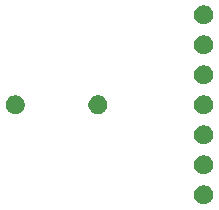
<source format=gbr>
G04 #@! TF.GenerationSoftware,KiCad,Pcbnew,(5.1.5)-3*
G04 #@! TF.CreationDate,2020-12-21T12:58:05+01:00*
G04 #@! TF.ProjectId,epimetheus_max30102,6570696d-6574-4686-9575-735f6d617833,rev?*
G04 #@! TF.SameCoordinates,Original*
G04 #@! TF.FileFunction,Soldermask,Bot*
G04 #@! TF.FilePolarity,Negative*
%FSLAX46Y46*%
G04 Gerber Fmt 4.6, Leading zero omitted, Abs format (unit mm)*
G04 Created by KiCad (PCBNEW (5.1.5)-3) date 2020-12-21 12:58:05*
%MOMM*%
%LPD*%
G04 APERTURE LIST*
%ADD10C,0.100000*%
G04 APERTURE END LIST*
D10*
G36*
X179561142Y-37826242D02*
G01*
X179709101Y-37887529D01*
X179842255Y-37976499D01*
X179955501Y-38089745D01*
X180044471Y-38222899D01*
X180105758Y-38370858D01*
X180137000Y-38527925D01*
X180137000Y-38688075D01*
X180105758Y-38845142D01*
X180044471Y-38993101D01*
X179955501Y-39126255D01*
X179842255Y-39239501D01*
X179709101Y-39328471D01*
X179561142Y-39389758D01*
X179404075Y-39421000D01*
X179243925Y-39421000D01*
X179086858Y-39389758D01*
X178938899Y-39328471D01*
X178805745Y-39239501D01*
X178692499Y-39126255D01*
X178603529Y-38993101D01*
X178542242Y-38845142D01*
X178511000Y-38688075D01*
X178511000Y-38527925D01*
X178542242Y-38370858D01*
X178603529Y-38222899D01*
X178692499Y-38089745D01*
X178805745Y-37976499D01*
X178938899Y-37887529D01*
X179086858Y-37826242D01*
X179243925Y-37795000D01*
X179404075Y-37795000D01*
X179561142Y-37826242D01*
G37*
G36*
X179561142Y-35286242D02*
G01*
X179709101Y-35347529D01*
X179842255Y-35436499D01*
X179955501Y-35549745D01*
X180044471Y-35682899D01*
X180105758Y-35830858D01*
X180137000Y-35987925D01*
X180137000Y-36148075D01*
X180105758Y-36305142D01*
X180044471Y-36453101D01*
X179955501Y-36586255D01*
X179842255Y-36699501D01*
X179709101Y-36788471D01*
X179561142Y-36849758D01*
X179404075Y-36881000D01*
X179243925Y-36881000D01*
X179086858Y-36849758D01*
X178938899Y-36788471D01*
X178805745Y-36699501D01*
X178692499Y-36586255D01*
X178603529Y-36453101D01*
X178542242Y-36305142D01*
X178511000Y-36148075D01*
X178511000Y-35987925D01*
X178542242Y-35830858D01*
X178603529Y-35682899D01*
X178692499Y-35549745D01*
X178805745Y-35436499D01*
X178938899Y-35347529D01*
X179086858Y-35286242D01*
X179243925Y-35255000D01*
X179404075Y-35255000D01*
X179561142Y-35286242D01*
G37*
G36*
X179561142Y-32746242D02*
G01*
X179709101Y-32807529D01*
X179842255Y-32896499D01*
X179955501Y-33009745D01*
X180044471Y-33142899D01*
X180105758Y-33290858D01*
X180137000Y-33447925D01*
X180137000Y-33608075D01*
X180105758Y-33765142D01*
X180044471Y-33913101D01*
X179955501Y-34046255D01*
X179842255Y-34159501D01*
X179709101Y-34248471D01*
X179561142Y-34309758D01*
X179404075Y-34341000D01*
X179243925Y-34341000D01*
X179086858Y-34309758D01*
X178938899Y-34248471D01*
X178805745Y-34159501D01*
X178692499Y-34046255D01*
X178603529Y-33913101D01*
X178542242Y-33765142D01*
X178511000Y-33608075D01*
X178511000Y-33447925D01*
X178542242Y-33290858D01*
X178603529Y-33142899D01*
X178692499Y-33009745D01*
X178805745Y-32896499D01*
X178938899Y-32807529D01*
X179086858Y-32746242D01*
X179243925Y-32715000D01*
X179404075Y-32715000D01*
X179561142Y-32746242D01*
G37*
G36*
X179561142Y-30206242D02*
G01*
X179709101Y-30267529D01*
X179842255Y-30356499D01*
X179955501Y-30469745D01*
X180044471Y-30602899D01*
X180105758Y-30750858D01*
X180137000Y-30907925D01*
X180137000Y-31068075D01*
X180105758Y-31225142D01*
X180044471Y-31373101D01*
X179955501Y-31506255D01*
X179842255Y-31619501D01*
X179709101Y-31708471D01*
X179561142Y-31769758D01*
X179404075Y-31801000D01*
X179243925Y-31801000D01*
X179086858Y-31769758D01*
X178938899Y-31708471D01*
X178805745Y-31619501D01*
X178692499Y-31506255D01*
X178603529Y-31373101D01*
X178542242Y-31225142D01*
X178511000Y-31068075D01*
X178511000Y-30907925D01*
X178542242Y-30750858D01*
X178603529Y-30602899D01*
X178692499Y-30469745D01*
X178805745Y-30356499D01*
X178938899Y-30267529D01*
X179086858Y-30206242D01*
X179243925Y-30175000D01*
X179404075Y-30175000D01*
X179561142Y-30206242D01*
G37*
G36*
X163606642Y-30217781D02*
G01*
X163752414Y-30278162D01*
X163752416Y-30278163D01*
X163883608Y-30365822D01*
X163995178Y-30477392D01*
X164079038Y-30602899D01*
X164082838Y-30608586D01*
X164143219Y-30754358D01*
X164174000Y-30909107D01*
X164174000Y-31066893D01*
X164143219Y-31221642D01*
X164082838Y-31367414D01*
X164082837Y-31367416D01*
X163995178Y-31498608D01*
X163883608Y-31610178D01*
X163752416Y-31697837D01*
X163752415Y-31697838D01*
X163752414Y-31697838D01*
X163606642Y-31758219D01*
X163451893Y-31789000D01*
X163294107Y-31789000D01*
X163139358Y-31758219D01*
X162993586Y-31697838D01*
X162993585Y-31697838D01*
X162993584Y-31697837D01*
X162862392Y-31610178D01*
X162750822Y-31498608D01*
X162663163Y-31367416D01*
X162663162Y-31367414D01*
X162602781Y-31221642D01*
X162572000Y-31066893D01*
X162572000Y-30909107D01*
X162602781Y-30754358D01*
X162663162Y-30608586D01*
X162666962Y-30602899D01*
X162750822Y-30477392D01*
X162862392Y-30365822D01*
X162993584Y-30278163D01*
X162993586Y-30278162D01*
X163139358Y-30217781D01*
X163294107Y-30187000D01*
X163451893Y-30187000D01*
X163606642Y-30217781D01*
G37*
G36*
X170606642Y-30217781D02*
G01*
X170752414Y-30278162D01*
X170752416Y-30278163D01*
X170883608Y-30365822D01*
X170995178Y-30477392D01*
X171079038Y-30602899D01*
X171082838Y-30608586D01*
X171143219Y-30754358D01*
X171174000Y-30909107D01*
X171174000Y-31066893D01*
X171143219Y-31221642D01*
X171082838Y-31367414D01*
X171082837Y-31367416D01*
X170995178Y-31498608D01*
X170883608Y-31610178D01*
X170752416Y-31697837D01*
X170752415Y-31697838D01*
X170752414Y-31697838D01*
X170606642Y-31758219D01*
X170451893Y-31789000D01*
X170294107Y-31789000D01*
X170139358Y-31758219D01*
X169993586Y-31697838D01*
X169993585Y-31697838D01*
X169993584Y-31697837D01*
X169862392Y-31610178D01*
X169750822Y-31498608D01*
X169663163Y-31367416D01*
X169663162Y-31367414D01*
X169602781Y-31221642D01*
X169572000Y-31066893D01*
X169572000Y-30909107D01*
X169602781Y-30754358D01*
X169663162Y-30608586D01*
X169666962Y-30602899D01*
X169750822Y-30477392D01*
X169862392Y-30365822D01*
X169993584Y-30278163D01*
X169993586Y-30278162D01*
X170139358Y-30217781D01*
X170294107Y-30187000D01*
X170451893Y-30187000D01*
X170606642Y-30217781D01*
G37*
G36*
X179561142Y-27666242D02*
G01*
X179709101Y-27727529D01*
X179842255Y-27816499D01*
X179955501Y-27929745D01*
X180044471Y-28062899D01*
X180105758Y-28210858D01*
X180137000Y-28367925D01*
X180137000Y-28528075D01*
X180105758Y-28685142D01*
X180044471Y-28833101D01*
X179955501Y-28966255D01*
X179842255Y-29079501D01*
X179709101Y-29168471D01*
X179561142Y-29229758D01*
X179404075Y-29261000D01*
X179243925Y-29261000D01*
X179086858Y-29229758D01*
X178938899Y-29168471D01*
X178805745Y-29079501D01*
X178692499Y-28966255D01*
X178603529Y-28833101D01*
X178542242Y-28685142D01*
X178511000Y-28528075D01*
X178511000Y-28367925D01*
X178542242Y-28210858D01*
X178603529Y-28062899D01*
X178692499Y-27929745D01*
X178805745Y-27816499D01*
X178938899Y-27727529D01*
X179086858Y-27666242D01*
X179243925Y-27635000D01*
X179404075Y-27635000D01*
X179561142Y-27666242D01*
G37*
G36*
X179561142Y-25126242D02*
G01*
X179709101Y-25187529D01*
X179842255Y-25276499D01*
X179955501Y-25389745D01*
X180044471Y-25522899D01*
X180105758Y-25670858D01*
X180137000Y-25827925D01*
X180137000Y-25988075D01*
X180105758Y-26145142D01*
X180044471Y-26293101D01*
X179955501Y-26426255D01*
X179842255Y-26539501D01*
X179709101Y-26628471D01*
X179561142Y-26689758D01*
X179404075Y-26721000D01*
X179243925Y-26721000D01*
X179086858Y-26689758D01*
X178938899Y-26628471D01*
X178805745Y-26539501D01*
X178692499Y-26426255D01*
X178603529Y-26293101D01*
X178542242Y-26145142D01*
X178511000Y-25988075D01*
X178511000Y-25827925D01*
X178542242Y-25670858D01*
X178603529Y-25522899D01*
X178692499Y-25389745D01*
X178805745Y-25276499D01*
X178938899Y-25187529D01*
X179086858Y-25126242D01*
X179243925Y-25095000D01*
X179404075Y-25095000D01*
X179561142Y-25126242D01*
G37*
G36*
X179561142Y-22586242D02*
G01*
X179709101Y-22647529D01*
X179842255Y-22736499D01*
X179955501Y-22849745D01*
X180044471Y-22982899D01*
X180105758Y-23130858D01*
X180137000Y-23287925D01*
X180137000Y-23448075D01*
X180105758Y-23605142D01*
X180044471Y-23753101D01*
X179955501Y-23886255D01*
X179842255Y-23999501D01*
X179709101Y-24088471D01*
X179561142Y-24149758D01*
X179404075Y-24181000D01*
X179243925Y-24181000D01*
X179086858Y-24149758D01*
X178938899Y-24088471D01*
X178805745Y-23999501D01*
X178692499Y-23886255D01*
X178603529Y-23753101D01*
X178542242Y-23605142D01*
X178511000Y-23448075D01*
X178511000Y-23287925D01*
X178542242Y-23130858D01*
X178603529Y-22982899D01*
X178692499Y-22849745D01*
X178805745Y-22736499D01*
X178938899Y-22647529D01*
X179086858Y-22586242D01*
X179243925Y-22555000D01*
X179404075Y-22555000D01*
X179561142Y-22586242D01*
G37*
M02*

</source>
